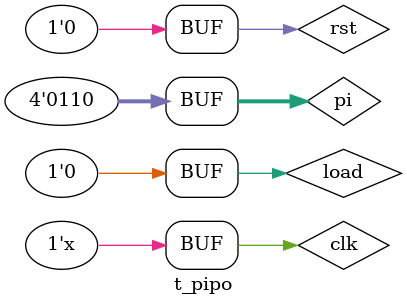
<source format=v>
module t_pipo();
wire [3:0] po;
reg [3:0] pi;
reg clk,rst,load;


pipo m1(po,pi,clk,rst,load);

initial begin
clk=1'b0; rst=1'b0;pi=4'b0101;load=1'b0;
#2 rst=1'b1;
#10 rst=1'b0;
#10 load=1'b1;
#10 pi=4'b0110;
#10 load=1'b0;
end

always
#5 clk=~clk;

endmodule

</source>
